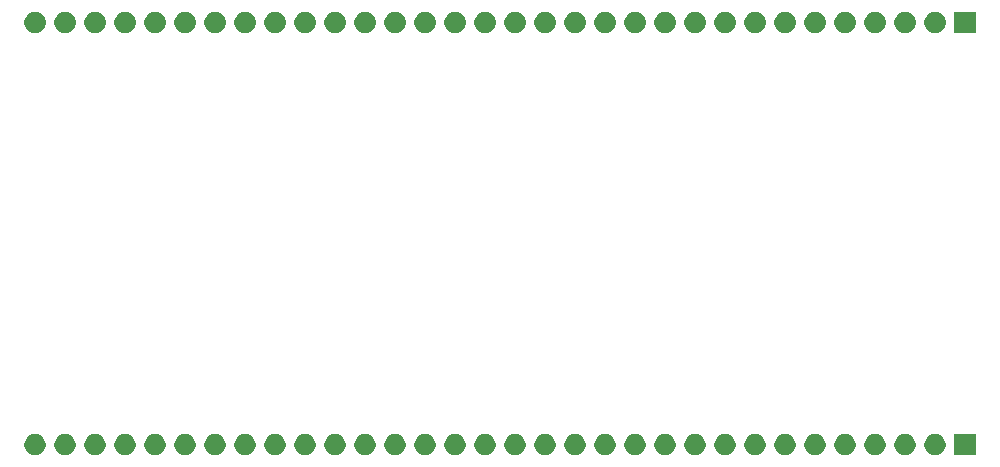
<source format=gbr>
G04 #@! TF.GenerationSoftware,KiCad,Pcbnew,5.1.5+dfsg1-2build2*
G04 #@! TF.CreationDate,2021-03-16T21:46:15-07:00*
G04 #@! TF.ProjectId,soldering-test,736f6c64-6572-4696-9e67-2d746573742e,rev?*
G04 #@! TF.SameCoordinates,Original*
G04 #@! TF.FileFunction,Soldermask,Bot*
G04 #@! TF.FilePolarity,Negative*
%FSLAX46Y46*%
G04 Gerber Fmt 4.6, Leading zero omitted, Abs format (unit mm)*
G04 Created by KiCad (PCBNEW 5.1.5+dfsg1-2build2) date 2021-03-16 21:46:15*
%MOMM*%
%LPD*%
G04 APERTURE LIST*
%ADD10C,0.100000*%
G04 APERTURE END LIST*
D10*
G36*
X33067472Y-52649667D02*
G01*
X33216772Y-52679364D01*
X33380744Y-52747284D01*
X33528314Y-52845887D01*
X33653813Y-52971386D01*
X33752416Y-53118956D01*
X33820336Y-53282928D01*
X33854960Y-53456999D01*
X33854960Y-53634481D01*
X33820336Y-53808552D01*
X33752416Y-53972524D01*
X33653813Y-54120094D01*
X33528314Y-54245593D01*
X33380744Y-54344196D01*
X33216772Y-54412116D01*
X33067472Y-54441813D01*
X33042702Y-54446740D01*
X32865218Y-54446740D01*
X32840448Y-54441813D01*
X32691148Y-54412116D01*
X32527176Y-54344196D01*
X32379606Y-54245593D01*
X32254107Y-54120094D01*
X32155504Y-53972524D01*
X32087584Y-53808552D01*
X32052960Y-53634481D01*
X32052960Y-53456999D01*
X32087584Y-53282928D01*
X32155504Y-53118956D01*
X32254107Y-52971386D01*
X32379606Y-52845887D01*
X32527176Y-52747284D01*
X32691148Y-52679364D01*
X32840448Y-52649667D01*
X32865218Y-52644740D01*
X33042702Y-52644740D01*
X33067472Y-52649667D01*
G37*
G36*
X53387472Y-52649667D02*
G01*
X53536772Y-52679364D01*
X53700744Y-52747284D01*
X53848314Y-52845887D01*
X53973813Y-52971386D01*
X54072416Y-53118956D01*
X54140336Y-53282928D01*
X54174960Y-53456999D01*
X54174960Y-53634481D01*
X54140336Y-53808552D01*
X54072416Y-53972524D01*
X53973813Y-54120094D01*
X53848314Y-54245593D01*
X53700744Y-54344196D01*
X53536772Y-54412116D01*
X53387472Y-54441813D01*
X53362702Y-54446740D01*
X53185218Y-54446740D01*
X53160448Y-54441813D01*
X53011148Y-54412116D01*
X52847176Y-54344196D01*
X52699606Y-54245593D01*
X52574107Y-54120094D01*
X52475504Y-53972524D01*
X52407584Y-53808552D01*
X52372960Y-53634481D01*
X52372960Y-53456999D01*
X52407584Y-53282928D01*
X52475504Y-53118956D01*
X52574107Y-52971386D01*
X52699606Y-52845887D01*
X52847176Y-52747284D01*
X53011148Y-52679364D01*
X53160448Y-52649667D01*
X53185218Y-52644740D01*
X53362702Y-52644740D01*
X53387472Y-52649667D01*
G37*
G36*
X50847472Y-52649667D02*
G01*
X50996772Y-52679364D01*
X51160744Y-52747284D01*
X51308314Y-52845887D01*
X51433813Y-52971386D01*
X51532416Y-53118956D01*
X51600336Y-53282928D01*
X51634960Y-53456999D01*
X51634960Y-53634481D01*
X51600336Y-53808552D01*
X51532416Y-53972524D01*
X51433813Y-54120094D01*
X51308314Y-54245593D01*
X51160744Y-54344196D01*
X50996772Y-54412116D01*
X50847472Y-54441813D01*
X50822702Y-54446740D01*
X50645218Y-54446740D01*
X50620448Y-54441813D01*
X50471148Y-54412116D01*
X50307176Y-54344196D01*
X50159606Y-54245593D01*
X50034107Y-54120094D01*
X49935504Y-53972524D01*
X49867584Y-53808552D01*
X49832960Y-53634481D01*
X49832960Y-53456999D01*
X49867584Y-53282928D01*
X49935504Y-53118956D01*
X50034107Y-52971386D01*
X50159606Y-52845887D01*
X50307176Y-52747284D01*
X50471148Y-52679364D01*
X50620448Y-52649667D01*
X50645218Y-52644740D01*
X50822702Y-52644740D01*
X50847472Y-52649667D01*
G37*
G36*
X48307472Y-52649667D02*
G01*
X48456772Y-52679364D01*
X48620744Y-52747284D01*
X48768314Y-52845887D01*
X48893813Y-52971386D01*
X48992416Y-53118956D01*
X49060336Y-53282928D01*
X49094960Y-53456999D01*
X49094960Y-53634481D01*
X49060336Y-53808552D01*
X48992416Y-53972524D01*
X48893813Y-54120094D01*
X48768314Y-54245593D01*
X48620744Y-54344196D01*
X48456772Y-54412116D01*
X48307472Y-54441813D01*
X48282702Y-54446740D01*
X48105218Y-54446740D01*
X48080448Y-54441813D01*
X47931148Y-54412116D01*
X47767176Y-54344196D01*
X47619606Y-54245593D01*
X47494107Y-54120094D01*
X47395504Y-53972524D01*
X47327584Y-53808552D01*
X47292960Y-53634481D01*
X47292960Y-53456999D01*
X47327584Y-53282928D01*
X47395504Y-53118956D01*
X47494107Y-52971386D01*
X47619606Y-52845887D01*
X47767176Y-52747284D01*
X47931148Y-52679364D01*
X48080448Y-52649667D01*
X48105218Y-52644740D01*
X48282702Y-52644740D01*
X48307472Y-52649667D01*
G37*
G36*
X45767472Y-52649667D02*
G01*
X45916772Y-52679364D01*
X46080744Y-52747284D01*
X46228314Y-52845887D01*
X46353813Y-52971386D01*
X46452416Y-53118956D01*
X46520336Y-53282928D01*
X46554960Y-53456999D01*
X46554960Y-53634481D01*
X46520336Y-53808552D01*
X46452416Y-53972524D01*
X46353813Y-54120094D01*
X46228314Y-54245593D01*
X46080744Y-54344196D01*
X45916772Y-54412116D01*
X45767472Y-54441813D01*
X45742702Y-54446740D01*
X45565218Y-54446740D01*
X45540448Y-54441813D01*
X45391148Y-54412116D01*
X45227176Y-54344196D01*
X45079606Y-54245593D01*
X44954107Y-54120094D01*
X44855504Y-53972524D01*
X44787584Y-53808552D01*
X44752960Y-53634481D01*
X44752960Y-53456999D01*
X44787584Y-53282928D01*
X44855504Y-53118956D01*
X44954107Y-52971386D01*
X45079606Y-52845887D01*
X45227176Y-52747284D01*
X45391148Y-52679364D01*
X45540448Y-52649667D01*
X45565218Y-52644740D01*
X45742702Y-52644740D01*
X45767472Y-52649667D01*
G37*
G36*
X43227472Y-52649667D02*
G01*
X43376772Y-52679364D01*
X43540744Y-52747284D01*
X43688314Y-52845887D01*
X43813813Y-52971386D01*
X43912416Y-53118956D01*
X43980336Y-53282928D01*
X44014960Y-53456999D01*
X44014960Y-53634481D01*
X43980336Y-53808552D01*
X43912416Y-53972524D01*
X43813813Y-54120094D01*
X43688314Y-54245593D01*
X43540744Y-54344196D01*
X43376772Y-54412116D01*
X43227472Y-54441813D01*
X43202702Y-54446740D01*
X43025218Y-54446740D01*
X43000448Y-54441813D01*
X42851148Y-54412116D01*
X42687176Y-54344196D01*
X42539606Y-54245593D01*
X42414107Y-54120094D01*
X42315504Y-53972524D01*
X42247584Y-53808552D01*
X42212960Y-53634481D01*
X42212960Y-53456999D01*
X42247584Y-53282928D01*
X42315504Y-53118956D01*
X42414107Y-52971386D01*
X42539606Y-52845887D01*
X42687176Y-52747284D01*
X42851148Y-52679364D01*
X43000448Y-52649667D01*
X43025218Y-52644740D01*
X43202702Y-52644740D01*
X43227472Y-52649667D01*
G37*
G36*
X40687472Y-52649667D02*
G01*
X40836772Y-52679364D01*
X41000744Y-52747284D01*
X41148314Y-52845887D01*
X41273813Y-52971386D01*
X41372416Y-53118956D01*
X41440336Y-53282928D01*
X41474960Y-53456999D01*
X41474960Y-53634481D01*
X41440336Y-53808552D01*
X41372416Y-53972524D01*
X41273813Y-54120094D01*
X41148314Y-54245593D01*
X41000744Y-54344196D01*
X40836772Y-54412116D01*
X40687472Y-54441813D01*
X40662702Y-54446740D01*
X40485218Y-54446740D01*
X40460448Y-54441813D01*
X40311148Y-54412116D01*
X40147176Y-54344196D01*
X39999606Y-54245593D01*
X39874107Y-54120094D01*
X39775504Y-53972524D01*
X39707584Y-53808552D01*
X39672960Y-53634481D01*
X39672960Y-53456999D01*
X39707584Y-53282928D01*
X39775504Y-53118956D01*
X39874107Y-52971386D01*
X39999606Y-52845887D01*
X40147176Y-52747284D01*
X40311148Y-52679364D01*
X40460448Y-52649667D01*
X40485218Y-52644740D01*
X40662702Y-52644740D01*
X40687472Y-52649667D01*
G37*
G36*
X38147472Y-52649667D02*
G01*
X38296772Y-52679364D01*
X38460744Y-52747284D01*
X38608314Y-52845887D01*
X38733813Y-52971386D01*
X38832416Y-53118956D01*
X38900336Y-53282928D01*
X38934960Y-53456999D01*
X38934960Y-53634481D01*
X38900336Y-53808552D01*
X38832416Y-53972524D01*
X38733813Y-54120094D01*
X38608314Y-54245593D01*
X38460744Y-54344196D01*
X38296772Y-54412116D01*
X38147472Y-54441813D01*
X38122702Y-54446740D01*
X37945218Y-54446740D01*
X37920448Y-54441813D01*
X37771148Y-54412116D01*
X37607176Y-54344196D01*
X37459606Y-54245593D01*
X37334107Y-54120094D01*
X37235504Y-53972524D01*
X37167584Y-53808552D01*
X37132960Y-53634481D01*
X37132960Y-53456999D01*
X37167584Y-53282928D01*
X37235504Y-53118956D01*
X37334107Y-52971386D01*
X37459606Y-52845887D01*
X37607176Y-52747284D01*
X37771148Y-52679364D01*
X37920448Y-52649667D01*
X37945218Y-52644740D01*
X38122702Y-52644740D01*
X38147472Y-52649667D01*
G37*
G36*
X35607472Y-52649667D02*
G01*
X35756772Y-52679364D01*
X35920744Y-52747284D01*
X36068314Y-52845887D01*
X36193813Y-52971386D01*
X36292416Y-53118956D01*
X36360336Y-53282928D01*
X36394960Y-53456999D01*
X36394960Y-53634481D01*
X36360336Y-53808552D01*
X36292416Y-53972524D01*
X36193813Y-54120094D01*
X36068314Y-54245593D01*
X35920744Y-54344196D01*
X35756772Y-54412116D01*
X35607472Y-54441813D01*
X35582702Y-54446740D01*
X35405218Y-54446740D01*
X35380448Y-54441813D01*
X35231148Y-54412116D01*
X35067176Y-54344196D01*
X34919606Y-54245593D01*
X34794107Y-54120094D01*
X34695504Y-53972524D01*
X34627584Y-53808552D01*
X34592960Y-53634481D01*
X34592960Y-53456999D01*
X34627584Y-53282928D01*
X34695504Y-53118956D01*
X34794107Y-52971386D01*
X34919606Y-52845887D01*
X35067176Y-52747284D01*
X35231148Y-52679364D01*
X35380448Y-52649667D01*
X35405218Y-52644740D01*
X35582702Y-52644740D01*
X35607472Y-52649667D01*
G37*
G36*
X58467472Y-52649667D02*
G01*
X58616772Y-52679364D01*
X58780744Y-52747284D01*
X58928314Y-52845887D01*
X59053813Y-52971386D01*
X59152416Y-53118956D01*
X59220336Y-53282928D01*
X59254960Y-53456999D01*
X59254960Y-53634481D01*
X59220336Y-53808552D01*
X59152416Y-53972524D01*
X59053813Y-54120094D01*
X58928314Y-54245593D01*
X58780744Y-54344196D01*
X58616772Y-54412116D01*
X58467472Y-54441813D01*
X58442702Y-54446740D01*
X58265218Y-54446740D01*
X58240448Y-54441813D01*
X58091148Y-54412116D01*
X57927176Y-54344196D01*
X57779606Y-54245593D01*
X57654107Y-54120094D01*
X57555504Y-53972524D01*
X57487584Y-53808552D01*
X57452960Y-53634481D01*
X57452960Y-53456999D01*
X57487584Y-53282928D01*
X57555504Y-53118956D01*
X57654107Y-52971386D01*
X57779606Y-52845887D01*
X57927176Y-52747284D01*
X58091148Y-52679364D01*
X58240448Y-52649667D01*
X58265218Y-52644740D01*
X58442702Y-52644740D01*
X58467472Y-52649667D01*
G37*
G36*
X30527472Y-52649667D02*
G01*
X30676772Y-52679364D01*
X30840744Y-52747284D01*
X30988314Y-52845887D01*
X31113813Y-52971386D01*
X31212416Y-53118956D01*
X31280336Y-53282928D01*
X31314960Y-53456999D01*
X31314960Y-53634481D01*
X31280336Y-53808552D01*
X31212416Y-53972524D01*
X31113813Y-54120094D01*
X30988314Y-54245593D01*
X30840744Y-54344196D01*
X30676772Y-54412116D01*
X30527472Y-54441813D01*
X30502702Y-54446740D01*
X30325218Y-54446740D01*
X30300448Y-54441813D01*
X30151148Y-54412116D01*
X29987176Y-54344196D01*
X29839606Y-54245593D01*
X29714107Y-54120094D01*
X29615504Y-53972524D01*
X29547584Y-53808552D01*
X29512960Y-53634481D01*
X29512960Y-53456999D01*
X29547584Y-53282928D01*
X29615504Y-53118956D01*
X29714107Y-52971386D01*
X29839606Y-52845887D01*
X29987176Y-52747284D01*
X30151148Y-52679364D01*
X30300448Y-52649667D01*
X30325218Y-52644740D01*
X30502702Y-52644740D01*
X30527472Y-52649667D01*
G37*
G36*
X27987472Y-52649667D02*
G01*
X28136772Y-52679364D01*
X28300744Y-52747284D01*
X28448314Y-52845887D01*
X28573813Y-52971386D01*
X28672416Y-53118956D01*
X28740336Y-53282928D01*
X28774960Y-53456999D01*
X28774960Y-53634481D01*
X28740336Y-53808552D01*
X28672416Y-53972524D01*
X28573813Y-54120094D01*
X28448314Y-54245593D01*
X28300744Y-54344196D01*
X28136772Y-54412116D01*
X27987472Y-54441813D01*
X27962702Y-54446740D01*
X27785218Y-54446740D01*
X27760448Y-54441813D01*
X27611148Y-54412116D01*
X27447176Y-54344196D01*
X27299606Y-54245593D01*
X27174107Y-54120094D01*
X27075504Y-53972524D01*
X27007584Y-53808552D01*
X26972960Y-53634481D01*
X26972960Y-53456999D01*
X27007584Y-53282928D01*
X27075504Y-53118956D01*
X27174107Y-52971386D01*
X27299606Y-52845887D01*
X27447176Y-52747284D01*
X27611148Y-52679364D01*
X27760448Y-52649667D01*
X27785218Y-52644740D01*
X27962702Y-52644740D01*
X27987472Y-52649667D01*
G37*
G36*
X25447472Y-52649667D02*
G01*
X25596772Y-52679364D01*
X25760744Y-52747284D01*
X25908314Y-52845887D01*
X26033813Y-52971386D01*
X26132416Y-53118956D01*
X26200336Y-53282928D01*
X26234960Y-53456999D01*
X26234960Y-53634481D01*
X26200336Y-53808552D01*
X26132416Y-53972524D01*
X26033813Y-54120094D01*
X25908314Y-54245593D01*
X25760744Y-54344196D01*
X25596772Y-54412116D01*
X25447472Y-54441813D01*
X25422702Y-54446740D01*
X25245218Y-54446740D01*
X25220448Y-54441813D01*
X25071148Y-54412116D01*
X24907176Y-54344196D01*
X24759606Y-54245593D01*
X24634107Y-54120094D01*
X24535504Y-53972524D01*
X24467584Y-53808552D01*
X24432960Y-53634481D01*
X24432960Y-53456999D01*
X24467584Y-53282928D01*
X24535504Y-53118956D01*
X24634107Y-52971386D01*
X24759606Y-52845887D01*
X24907176Y-52747284D01*
X25071148Y-52679364D01*
X25220448Y-52649667D01*
X25245218Y-52644740D01*
X25422702Y-52644740D01*
X25447472Y-52649667D01*
G37*
G36*
X22907472Y-52649667D02*
G01*
X23056772Y-52679364D01*
X23220744Y-52747284D01*
X23368314Y-52845887D01*
X23493813Y-52971386D01*
X23592416Y-53118956D01*
X23660336Y-53282928D01*
X23694960Y-53456999D01*
X23694960Y-53634481D01*
X23660336Y-53808552D01*
X23592416Y-53972524D01*
X23493813Y-54120094D01*
X23368314Y-54245593D01*
X23220744Y-54344196D01*
X23056772Y-54412116D01*
X22907472Y-54441813D01*
X22882702Y-54446740D01*
X22705218Y-54446740D01*
X22680448Y-54441813D01*
X22531148Y-54412116D01*
X22367176Y-54344196D01*
X22219606Y-54245593D01*
X22094107Y-54120094D01*
X21995504Y-53972524D01*
X21927584Y-53808552D01*
X21892960Y-53634481D01*
X21892960Y-53456999D01*
X21927584Y-53282928D01*
X21995504Y-53118956D01*
X22094107Y-52971386D01*
X22219606Y-52845887D01*
X22367176Y-52747284D01*
X22531148Y-52679364D01*
X22680448Y-52649667D01*
X22705218Y-52644740D01*
X22882702Y-52644740D01*
X22907472Y-52649667D01*
G37*
G36*
X20367472Y-52649667D02*
G01*
X20516772Y-52679364D01*
X20680744Y-52747284D01*
X20828314Y-52845887D01*
X20953813Y-52971386D01*
X21052416Y-53118956D01*
X21120336Y-53282928D01*
X21154960Y-53456999D01*
X21154960Y-53634481D01*
X21120336Y-53808552D01*
X21052416Y-53972524D01*
X20953813Y-54120094D01*
X20828314Y-54245593D01*
X20680744Y-54344196D01*
X20516772Y-54412116D01*
X20367472Y-54441813D01*
X20342702Y-54446740D01*
X20165218Y-54446740D01*
X20140448Y-54441813D01*
X19991148Y-54412116D01*
X19827176Y-54344196D01*
X19679606Y-54245593D01*
X19554107Y-54120094D01*
X19455504Y-53972524D01*
X19387584Y-53808552D01*
X19352960Y-53634481D01*
X19352960Y-53456999D01*
X19387584Y-53282928D01*
X19455504Y-53118956D01*
X19554107Y-52971386D01*
X19679606Y-52845887D01*
X19827176Y-52747284D01*
X19991148Y-52679364D01*
X20140448Y-52649667D01*
X20165218Y-52644740D01*
X20342702Y-52644740D01*
X20367472Y-52649667D01*
G37*
G36*
X17827472Y-52649667D02*
G01*
X17976772Y-52679364D01*
X18140744Y-52747284D01*
X18288314Y-52845887D01*
X18413813Y-52971386D01*
X18512416Y-53118956D01*
X18580336Y-53282928D01*
X18614960Y-53456999D01*
X18614960Y-53634481D01*
X18580336Y-53808552D01*
X18512416Y-53972524D01*
X18413813Y-54120094D01*
X18288314Y-54245593D01*
X18140744Y-54344196D01*
X17976772Y-54412116D01*
X17827472Y-54441813D01*
X17802702Y-54446740D01*
X17625218Y-54446740D01*
X17600448Y-54441813D01*
X17451148Y-54412116D01*
X17287176Y-54344196D01*
X17139606Y-54245593D01*
X17014107Y-54120094D01*
X16915504Y-53972524D01*
X16847584Y-53808552D01*
X16812960Y-53634481D01*
X16812960Y-53456999D01*
X16847584Y-53282928D01*
X16915504Y-53118956D01*
X17014107Y-52971386D01*
X17139606Y-52845887D01*
X17287176Y-52747284D01*
X17451148Y-52679364D01*
X17600448Y-52649667D01*
X17625218Y-52644740D01*
X17802702Y-52644740D01*
X17827472Y-52649667D01*
G37*
G36*
X78787472Y-52649667D02*
G01*
X78936772Y-52679364D01*
X79100744Y-52747284D01*
X79248314Y-52845887D01*
X79373813Y-52971386D01*
X79472416Y-53118956D01*
X79540336Y-53282928D01*
X79574960Y-53456999D01*
X79574960Y-53634481D01*
X79540336Y-53808552D01*
X79472416Y-53972524D01*
X79373813Y-54120094D01*
X79248314Y-54245593D01*
X79100744Y-54344196D01*
X78936772Y-54412116D01*
X78787472Y-54441813D01*
X78762702Y-54446740D01*
X78585218Y-54446740D01*
X78560448Y-54441813D01*
X78411148Y-54412116D01*
X78247176Y-54344196D01*
X78099606Y-54245593D01*
X77974107Y-54120094D01*
X77875504Y-53972524D01*
X77807584Y-53808552D01*
X77772960Y-53634481D01*
X77772960Y-53456999D01*
X77807584Y-53282928D01*
X77875504Y-53118956D01*
X77974107Y-52971386D01*
X78099606Y-52845887D01*
X78247176Y-52747284D01*
X78411148Y-52679364D01*
X78560448Y-52649667D01*
X78585218Y-52644740D01*
X78762702Y-52644740D01*
X78787472Y-52649667D01*
G37*
G36*
X94027472Y-52649667D02*
G01*
X94176772Y-52679364D01*
X94340744Y-52747284D01*
X94488314Y-52845887D01*
X94613813Y-52971386D01*
X94712416Y-53118956D01*
X94780336Y-53282928D01*
X94814960Y-53456999D01*
X94814960Y-53634481D01*
X94780336Y-53808552D01*
X94712416Y-53972524D01*
X94613813Y-54120094D01*
X94488314Y-54245593D01*
X94340744Y-54344196D01*
X94176772Y-54412116D01*
X94027472Y-54441813D01*
X94002702Y-54446740D01*
X93825218Y-54446740D01*
X93800448Y-54441813D01*
X93651148Y-54412116D01*
X93487176Y-54344196D01*
X93339606Y-54245593D01*
X93214107Y-54120094D01*
X93115504Y-53972524D01*
X93047584Y-53808552D01*
X93012960Y-53634481D01*
X93012960Y-53456999D01*
X93047584Y-53282928D01*
X93115504Y-53118956D01*
X93214107Y-52971386D01*
X93339606Y-52845887D01*
X93487176Y-52747284D01*
X93651148Y-52679364D01*
X93800448Y-52649667D01*
X93825218Y-52644740D01*
X94002702Y-52644740D01*
X94027472Y-52649667D01*
G37*
G36*
X97354960Y-54446740D02*
G01*
X95552960Y-54446740D01*
X95552960Y-52644740D01*
X97354960Y-52644740D01*
X97354960Y-54446740D01*
G37*
G36*
X61007472Y-52649667D02*
G01*
X61156772Y-52679364D01*
X61320744Y-52747284D01*
X61468314Y-52845887D01*
X61593813Y-52971386D01*
X61692416Y-53118956D01*
X61760336Y-53282928D01*
X61794960Y-53456999D01*
X61794960Y-53634481D01*
X61760336Y-53808552D01*
X61692416Y-53972524D01*
X61593813Y-54120094D01*
X61468314Y-54245593D01*
X61320744Y-54344196D01*
X61156772Y-54412116D01*
X61007472Y-54441813D01*
X60982702Y-54446740D01*
X60805218Y-54446740D01*
X60780448Y-54441813D01*
X60631148Y-54412116D01*
X60467176Y-54344196D01*
X60319606Y-54245593D01*
X60194107Y-54120094D01*
X60095504Y-53972524D01*
X60027584Y-53808552D01*
X59992960Y-53634481D01*
X59992960Y-53456999D01*
X60027584Y-53282928D01*
X60095504Y-53118956D01*
X60194107Y-52971386D01*
X60319606Y-52845887D01*
X60467176Y-52747284D01*
X60631148Y-52679364D01*
X60780448Y-52649667D01*
X60805218Y-52644740D01*
X60982702Y-52644740D01*
X61007472Y-52649667D01*
G37*
G36*
X63547472Y-52649667D02*
G01*
X63696772Y-52679364D01*
X63860744Y-52747284D01*
X64008314Y-52845887D01*
X64133813Y-52971386D01*
X64232416Y-53118956D01*
X64300336Y-53282928D01*
X64334960Y-53456999D01*
X64334960Y-53634481D01*
X64300336Y-53808552D01*
X64232416Y-53972524D01*
X64133813Y-54120094D01*
X64008314Y-54245593D01*
X63860744Y-54344196D01*
X63696772Y-54412116D01*
X63547472Y-54441813D01*
X63522702Y-54446740D01*
X63345218Y-54446740D01*
X63320448Y-54441813D01*
X63171148Y-54412116D01*
X63007176Y-54344196D01*
X62859606Y-54245593D01*
X62734107Y-54120094D01*
X62635504Y-53972524D01*
X62567584Y-53808552D01*
X62532960Y-53634481D01*
X62532960Y-53456999D01*
X62567584Y-53282928D01*
X62635504Y-53118956D01*
X62734107Y-52971386D01*
X62859606Y-52845887D01*
X63007176Y-52747284D01*
X63171148Y-52679364D01*
X63320448Y-52649667D01*
X63345218Y-52644740D01*
X63522702Y-52644740D01*
X63547472Y-52649667D01*
G37*
G36*
X66087472Y-52649667D02*
G01*
X66236772Y-52679364D01*
X66400744Y-52747284D01*
X66548314Y-52845887D01*
X66673813Y-52971386D01*
X66772416Y-53118956D01*
X66840336Y-53282928D01*
X66874960Y-53456999D01*
X66874960Y-53634481D01*
X66840336Y-53808552D01*
X66772416Y-53972524D01*
X66673813Y-54120094D01*
X66548314Y-54245593D01*
X66400744Y-54344196D01*
X66236772Y-54412116D01*
X66087472Y-54441813D01*
X66062702Y-54446740D01*
X65885218Y-54446740D01*
X65860448Y-54441813D01*
X65711148Y-54412116D01*
X65547176Y-54344196D01*
X65399606Y-54245593D01*
X65274107Y-54120094D01*
X65175504Y-53972524D01*
X65107584Y-53808552D01*
X65072960Y-53634481D01*
X65072960Y-53456999D01*
X65107584Y-53282928D01*
X65175504Y-53118956D01*
X65274107Y-52971386D01*
X65399606Y-52845887D01*
X65547176Y-52747284D01*
X65711148Y-52679364D01*
X65860448Y-52649667D01*
X65885218Y-52644740D01*
X66062702Y-52644740D01*
X66087472Y-52649667D01*
G37*
G36*
X68627472Y-52649667D02*
G01*
X68776772Y-52679364D01*
X68940744Y-52747284D01*
X69088314Y-52845887D01*
X69213813Y-52971386D01*
X69312416Y-53118956D01*
X69380336Y-53282928D01*
X69414960Y-53456999D01*
X69414960Y-53634481D01*
X69380336Y-53808552D01*
X69312416Y-53972524D01*
X69213813Y-54120094D01*
X69088314Y-54245593D01*
X68940744Y-54344196D01*
X68776772Y-54412116D01*
X68627472Y-54441813D01*
X68602702Y-54446740D01*
X68425218Y-54446740D01*
X68400448Y-54441813D01*
X68251148Y-54412116D01*
X68087176Y-54344196D01*
X67939606Y-54245593D01*
X67814107Y-54120094D01*
X67715504Y-53972524D01*
X67647584Y-53808552D01*
X67612960Y-53634481D01*
X67612960Y-53456999D01*
X67647584Y-53282928D01*
X67715504Y-53118956D01*
X67814107Y-52971386D01*
X67939606Y-52845887D01*
X68087176Y-52747284D01*
X68251148Y-52679364D01*
X68400448Y-52649667D01*
X68425218Y-52644740D01*
X68602702Y-52644740D01*
X68627472Y-52649667D01*
G37*
G36*
X71167472Y-52649667D02*
G01*
X71316772Y-52679364D01*
X71480744Y-52747284D01*
X71628314Y-52845887D01*
X71753813Y-52971386D01*
X71852416Y-53118956D01*
X71920336Y-53282928D01*
X71954960Y-53456999D01*
X71954960Y-53634481D01*
X71920336Y-53808552D01*
X71852416Y-53972524D01*
X71753813Y-54120094D01*
X71628314Y-54245593D01*
X71480744Y-54344196D01*
X71316772Y-54412116D01*
X71167472Y-54441813D01*
X71142702Y-54446740D01*
X70965218Y-54446740D01*
X70940448Y-54441813D01*
X70791148Y-54412116D01*
X70627176Y-54344196D01*
X70479606Y-54245593D01*
X70354107Y-54120094D01*
X70255504Y-53972524D01*
X70187584Y-53808552D01*
X70152960Y-53634481D01*
X70152960Y-53456999D01*
X70187584Y-53282928D01*
X70255504Y-53118956D01*
X70354107Y-52971386D01*
X70479606Y-52845887D01*
X70627176Y-52747284D01*
X70791148Y-52679364D01*
X70940448Y-52649667D01*
X70965218Y-52644740D01*
X71142702Y-52644740D01*
X71167472Y-52649667D01*
G37*
G36*
X73707472Y-52649667D02*
G01*
X73856772Y-52679364D01*
X74020744Y-52747284D01*
X74168314Y-52845887D01*
X74293813Y-52971386D01*
X74392416Y-53118956D01*
X74460336Y-53282928D01*
X74494960Y-53456999D01*
X74494960Y-53634481D01*
X74460336Y-53808552D01*
X74392416Y-53972524D01*
X74293813Y-54120094D01*
X74168314Y-54245593D01*
X74020744Y-54344196D01*
X73856772Y-54412116D01*
X73707472Y-54441813D01*
X73682702Y-54446740D01*
X73505218Y-54446740D01*
X73480448Y-54441813D01*
X73331148Y-54412116D01*
X73167176Y-54344196D01*
X73019606Y-54245593D01*
X72894107Y-54120094D01*
X72795504Y-53972524D01*
X72727584Y-53808552D01*
X72692960Y-53634481D01*
X72692960Y-53456999D01*
X72727584Y-53282928D01*
X72795504Y-53118956D01*
X72894107Y-52971386D01*
X73019606Y-52845887D01*
X73167176Y-52747284D01*
X73331148Y-52679364D01*
X73480448Y-52649667D01*
X73505218Y-52644740D01*
X73682702Y-52644740D01*
X73707472Y-52649667D01*
G37*
G36*
X76247472Y-52649667D02*
G01*
X76396772Y-52679364D01*
X76560744Y-52747284D01*
X76708314Y-52845887D01*
X76833813Y-52971386D01*
X76932416Y-53118956D01*
X77000336Y-53282928D01*
X77034960Y-53456999D01*
X77034960Y-53634481D01*
X77000336Y-53808552D01*
X76932416Y-53972524D01*
X76833813Y-54120094D01*
X76708314Y-54245593D01*
X76560744Y-54344196D01*
X76396772Y-54412116D01*
X76247472Y-54441813D01*
X76222702Y-54446740D01*
X76045218Y-54446740D01*
X76020448Y-54441813D01*
X75871148Y-54412116D01*
X75707176Y-54344196D01*
X75559606Y-54245593D01*
X75434107Y-54120094D01*
X75335504Y-53972524D01*
X75267584Y-53808552D01*
X75232960Y-53634481D01*
X75232960Y-53456999D01*
X75267584Y-53282928D01*
X75335504Y-53118956D01*
X75434107Y-52971386D01*
X75559606Y-52845887D01*
X75707176Y-52747284D01*
X75871148Y-52679364D01*
X76020448Y-52649667D01*
X76045218Y-52644740D01*
X76222702Y-52644740D01*
X76247472Y-52649667D01*
G37*
G36*
X55927472Y-52649667D02*
G01*
X56076772Y-52679364D01*
X56240744Y-52747284D01*
X56388314Y-52845887D01*
X56513813Y-52971386D01*
X56612416Y-53118956D01*
X56680336Y-53282928D01*
X56714960Y-53456999D01*
X56714960Y-53634481D01*
X56680336Y-53808552D01*
X56612416Y-53972524D01*
X56513813Y-54120094D01*
X56388314Y-54245593D01*
X56240744Y-54344196D01*
X56076772Y-54412116D01*
X55927472Y-54441813D01*
X55902702Y-54446740D01*
X55725218Y-54446740D01*
X55700448Y-54441813D01*
X55551148Y-54412116D01*
X55387176Y-54344196D01*
X55239606Y-54245593D01*
X55114107Y-54120094D01*
X55015504Y-53972524D01*
X54947584Y-53808552D01*
X54912960Y-53634481D01*
X54912960Y-53456999D01*
X54947584Y-53282928D01*
X55015504Y-53118956D01*
X55114107Y-52971386D01*
X55239606Y-52845887D01*
X55387176Y-52747284D01*
X55551148Y-52679364D01*
X55700448Y-52649667D01*
X55725218Y-52644740D01*
X55902702Y-52644740D01*
X55927472Y-52649667D01*
G37*
G36*
X81327472Y-52649667D02*
G01*
X81476772Y-52679364D01*
X81640744Y-52747284D01*
X81788314Y-52845887D01*
X81913813Y-52971386D01*
X82012416Y-53118956D01*
X82080336Y-53282928D01*
X82114960Y-53456999D01*
X82114960Y-53634481D01*
X82080336Y-53808552D01*
X82012416Y-53972524D01*
X81913813Y-54120094D01*
X81788314Y-54245593D01*
X81640744Y-54344196D01*
X81476772Y-54412116D01*
X81327472Y-54441813D01*
X81302702Y-54446740D01*
X81125218Y-54446740D01*
X81100448Y-54441813D01*
X80951148Y-54412116D01*
X80787176Y-54344196D01*
X80639606Y-54245593D01*
X80514107Y-54120094D01*
X80415504Y-53972524D01*
X80347584Y-53808552D01*
X80312960Y-53634481D01*
X80312960Y-53456999D01*
X80347584Y-53282928D01*
X80415504Y-53118956D01*
X80514107Y-52971386D01*
X80639606Y-52845887D01*
X80787176Y-52747284D01*
X80951148Y-52679364D01*
X81100448Y-52649667D01*
X81125218Y-52644740D01*
X81302702Y-52644740D01*
X81327472Y-52649667D01*
G37*
G36*
X83867472Y-52649667D02*
G01*
X84016772Y-52679364D01*
X84180744Y-52747284D01*
X84328314Y-52845887D01*
X84453813Y-52971386D01*
X84552416Y-53118956D01*
X84620336Y-53282928D01*
X84654960Y-53456999D01*
X84654960Y-53634481D01*
X84620336Y-53808552D01*
X84552416Y-53972524D01*
X84453813Y-54120094D01*
X84328314Y-54245593D01*
X84180744Y-54344196D01*
X84016772Y-54412116D01*
X83867472Y-54441813D01*
X83842702Y-54446740D01*
X83665218Y-54446740D01*
X83640448Y-54441813D01*
X83491148Y-54412116D01*
X83327176Y-54344196D01*
X83179606Y-54245593D01*
X83054107Y-54120094D01*
X82955504Y-53972524D01*
X82887584Y-53808552D01*
X82852960Y-53634481D01*
X82852960Y-53456999D01*
X82887584Y-53282928D01*
X82955504Y-53118956D01*
X83054107Y-52971386D01*
X83179606Y-52845887D01*
X83327176Y-52747284D01*
X83491148Y-52679364D01*
X83640448Y-52649667D01*
X83665218Y-52644740D01*
X83842702Y-52644740D01*
X83867472Y-52649667D01*
G37*
G36*
X86407472Y-52649667D02*
G01*
X86556772Y-52679364D01*
X86720744Y-52747284D01*
X86868314Y-52845887D01*
X86993813Y-52971386D01*
X87092416Y-53118956D01*
X87160336Y-53282928D01*
X87194960Y-53456999D01*
X87194960Y-53634481D01*
X87160336Y-53808552D01*
X87092416Y-53972524D01*
X86993813Y-54120094D01*
X86868314Y-54245593D01*
X86720744Y-54344196D01*
X86556772Y-54412116D01*
X86407472Y-54441813D01*
X86382702Y-54446740D01*
X86205218Y-54446740D01*
X86180448Y-54441813D01*
X86031148Y-54412116D01*
X85867176Y-54344196D01*
X85719606Y-54245593D01*
X85594107Y-54120094D01*
X85495504Y-53972524D01*
X85427584Y-53808552D01*
X85392960Y-53634481D01*
X85392960Y-53456999D01*
X85427584Y-53282928D01*
X85495504Y-53118956D01*
X85594107Y-52971386D01*
X85719606Y-52845887D01*
X85867176Y-52747284D01*
X86031148Y-52679364D01*
X86180448Y-52649667D01*
X86205218Y-52644740D01*
X86382702Y-52644740D01*
X86407472Y-52649667D01*
G37*
G36*
X88947472Y-52649667D02*
G01*
X89096772Y-52679364D01*
X89260744Y-52747284D01*
X89408314Y-52845887D01*
X89533813Y-52971386D01*
X89632416Y-53118956D01*
X89700336Y-53282928D01*
X89734960Y-53456999D01*
X89734960Y-53634481D01*
X89700336Y-53808552D01*
X89632416Y-53972524D01*
X89533813Y-54120094D01*
X89408314Y-54245593D01*
X89260744Y-54344196D01*
X89096772Y-54412116D01*
X88947472Y-54441813D01*
X88922702Y-54446740D01*
X88745218Y-54446740D01*
X88720448Y-54441813D01*
X88571148Y-54412116D01*
X88407176Y-54344196D01*
X88259606Y-54245593D01*
X88134107Y-54120094D01*
X88035504Y-53972524D01*
X87967584Y-53808552D01*
X87932960Y-53634481D01*
X87932960Y-53456999D01*
X87967584Y-53282928D01*
X88035504Y-53118956D01*
X88134107Y-52971386D01*
X88259606Y-52845887D01*
X88407176Y-52747284D01*
X88571148Y-52679364D01*
X88720448Y-52649667D01*
X88745218Y-52644740D01*
X88922702Y-52644740D01*
X88947472Y-52649667D01*
G37*
G36*
X91487472Y-52649667D02*
G01*
X91636772Y-52679364D01*
X91800744Y-52747284D01*
X91948314Y-52845887D01*
X92073813Y-52971386D01*
X92172416Y-53118956D01*
X92240336Y-53282928D01*
X92274960Y-53456999D01*
X92274960Y-53634481D01*
X92240336Y-53808552D01*
X92172416Y-53972524D01*
X92073813Y-54120094D01*
X91948314Y-54245593D01*
X91800744Y-54344196D01*
X91636772Y-54412116D01*
X91487472Y-54441813D01*
X91462702Y-54446740D01*
X91285218Y-54446740D01*
X91260448Y-54441813D01*
X91111148Y-54412116D01*
X90947176Y-54344196D01*
X90799606Y-54245593D01*
X90674107Y-54120094D01*
X90575504Y-53972524D01*
X90507584Y-53808552D01*
X90472960Y-53634481D01*
X90472960Y-53456999D01*
X90507584Y-53282928D01*
X90575504Y-53118956D01*
X90674107Y-52971386D01*
X90799606Y-52845887D01*
X90947176Y-52747284D01*
X91111148Y-52679364D01*
X91260448Y-52649667D01*
X91285218Y-52644740D01*
X91462702Y-52644740D01*
X91487472Y-52649667D01*
G37*
G36*
X55932552Y-16909327D02*
G01*
X56081852Y-16939024D01*
X56245824Y-17006944D01*
X56393394Y-17105547D01*
X56518893Y-17231046D01*
X56617496Y-17378616D01*
X56685416Y-17542588D01*
X56720040Y-17716659D01*
X56720040Y-17894141D01*
X56685416Y-18068212D01*
X56617496Y-18232184D01*
X56518893Y-18379754D01*
X56393394Y-18505253D01*
X56245824Y-18603856D01*
X56081852Y-18671776D01*
X55932552Y-18701473D01*
X55907782Y-18706400D01*
X55730298Y-18706400D01*
X55705528Y-18701473D01*
X55556228Y-18671776D01*
X55392256Y-18603856D01*
X55244686Y-18505253D01*
X55119187Y-18379754D01*
X55020584Y-18232184D01*
X54952664Y-18068212D01*
X54918040Y-17894141D01*
X54918040Y-17716659D01*
X54952664Y-17542588D01*
X55020584Y-17378616D01*
X55119187Y-17231046D01*
X55244686Y-17105547D01*
X55392256Y-17006944D01*
X55556228Y-16939024D01*
X55705528Y-16909327D01*
X55730298Y-16904400D01*
X55907782Y-16904400D01*
X55932552Y-16909327D01*
G37*
G36*
X63552552Y-16909327D02*
G01*
X63701852Y-16939024D01*
X63865824Y-17006944D01*
X64013394Y-17105547D01*
X64138893Y-17231046D01*
X64237496Y-17378616D01*
X64305416Y-17542588D01*
X64340040Y-17716659D01*
X64340040Y-17894141D01*
X64305416Y-18068212D01*
X64237496Y-18232184D01*
X64138893Y-18379754D01*
X64013394Y-18505253D01*
X63865824Y-18603856D01*
X63701852Y-18671776D01*
X63552552Y-18701473D01*
X63527782Y-18706400D01*
X63350298Y-18706400D01*
X63325528Y-18701473D01*
X63176228Y-18671776D01*
X63012256Y-18603856D01*
X62864686Y-18505253D01*
X62739187Y-18379754D01*
X62640584Y-18232184D01*
X62572664Y-18068212D01*
X62538040Y-17894141D01*
X62538040Y-17716659D01*
X62572664Y-17542588D01*
X62640584Y-17378616D01*
X62739187Y-17231046D01*
X62864686Y-17105547D01*
X63012256Y-17006944D01*
X63176228Y-16939024D01*
X63325528Y-16909327D01*
X63350298Y-16904400D01*
X63527782Y-16904400D01*
X63552552Y-16909327D01*
G37*
G36*
X58472552Y-16909327D02*
G01*
X58621852Y-16939024D01*
X58785824Y-17006944D01*
X58933394Y-17105547D01*
X59058893Y-17231046D01*
X59157496Y-17378616D01*
X59225416Y-17542588D01*
X59260040Y-17716659D01*
X59260040Y-17894141D01*
X59225416Y-18068212D01*
X59157496Y-18232184D01*
X59058893Y-18379754D01*
X58933394Y-18505253D01*
X58785824Y-18603856D01*
X58621852Y-18671776D01*
X58472552Y-18701473D01*
X58447782Y-18706400D01*
X58270298Y-18706400D01*
X58245528Y-18701473D01*
X58096228Y-18671776D01*
X57932256Y-18603856D01*
X57784686Y-18505253D01*
X57659187Y-18379754D01*
X57560584Y-18232184D01*
X57492664Y-18068212D01*
X57458040Y-17894141D01*
X57458040Y-17716659D01*
X57492664Y-17542588D01*
X57560584Y-17378616D01*
X57659187Y-17231046D01*
X57784686Y-17105547D01*
X57932256Y-17006944D01*
X58096228Y-16939024D01*
X58245528Y-16909327D01*
X58270298Y-16904400D01*
X58447782Y-16904400D01*
X58472552Y-16909327D01*
G37*
G36*
X61012552Y-16909327D02*
G01*
X61161852Y-16939024D01*
X61325824Y-17006944D01*
X61473394Y-17105547D01*
X61598893Y-17231046D01*
X61697496Y-17378616D01*
X61765416Y-17542588D01*
X61800040Y-17716659D01*
X61800040Y-17894141D01*
X61765416Y-18068212D01*
X61697496Y-18232184D01*
X61598893Y-18379754D01*
X61473394Y-18505253D01*
X61325824Y-18603856D01*
X61161852Y-18671776D01*
X61012552Y-18701473D01*
X60987782Y-18706400D01*
X60810298Y-18706400D01*
X60785528Y-18701473D01*
X60636228Y-18671776D01*
X60472256Y-18603856D01*
X60324686Y-18505253D01*
X60199187Y-18379754D01*
X60100584Y-18232184D01*
X60032664Y-18068212D01*
X59998040Y-17894141D01*
X59998040Y-17716659D01*
X60032664Y-17542588D01*
X60100584Y-17378616D01*
X60199187Y-17231046D01*
X60324686Y-17105547D01*
X60472256Y-17006944D01*
X60636228Y-16939024D01*
X60785528Y-16909327D01*
X60810298Y-16904400D01*
X60987782Y-16904400D01*
X61012552Y-16909327D01*
G37*
G36*
X66092552Y-16909327D02*
G01*
X66241852Y-16939024D01*
X66405824Y-17006944D01*
X66553394Y-17105547D01*
X66678893Y-17231046D01*
X66777496Y-17378616D01*
X66845416Y-17542588D01*
X66880040Y-17716659D01*
X66880040Y-17894141D01*
X66845416Y-18068212D01*
X66777496Y-18232184D01*
X66678893Y-18379754D01*
X66553394Y-18505253D01*
X66405824Y-18603856D01*
X66241852Y-18671776D01*
X66092552Y-18701473D01*
X66067782Y-18706400D01*
X65890298Y-18706400D01*
X65865528Y-18701473D01*
X65716228Y-18671776D01*
X65552256Y-18603856D01*
X65404686Y-18505253D01*
X65279187Y-18379754D01*
X65180584Y-18232184D01*
X65112664Y-18068212D01*
X65078040Y-17894141D01*
X65078040Y-17716659D01*
X65112664Y-17542588D01*
X65180584Y-17378616D01*
X65279187Y-17231046D01*
X65404686Y-17105547D01*
X65552256Y-17006944D01*
X65716228Y-16939024D01*
X65865528Y-16909327D01*
X65890298Y-16904400D01*
X66067782Y-16904400D01*
X66092552Y-16909327D01*
G37*
G36*
X68632552Y-16909327D02*
G01*
X68781852Y-16939024D01*
X68945824Y-17006944D01*
X69093394Y-17105547D01*
X69218893Y-17231046D01*
X69317496Y-17378616D01*
X69385416Y-17542588D01*
X69420040Y-17716659D01*
X69420040Y-17894141D01*
X69385416Y-18068212D01*
X69317496Y-18232184D01*
X69218893Y-18379754D01*
X69093394Y-18505253D01*
X68945824Y-18603856D01*
X68781852Y-18671776D01*
X68632552Y-18701473D01*
X68607782Y-18706400D01*
X68430298Y-18706400D01*
X68405528Y-18701473D01*
X68256228Y-18671776D01*
X68092256Y-18603856D01*
X67944686Y-18505253D01*
X67819187Y-18379754D01*
X67720584Y-18232184D01*
X67652664Y-18068212D01*
X67618040Y-17894141D01*
X67618040Y-17716659D01*
X67652664Y-17542588D01*
X67720584Y-17378616D01*
X67819187Y-17231046D01*
X67944686Y-17105547D01*
X68092256Y-17006944D01*
X68256228Y-16939024D01*
X68405528Y-16909327D01*
X68430298Y-16904400D01*
X68607782Y-16904400D01*
X68632552Y-16909327D01*
G37*
G36*
X71172552Y-16909327D02*
G01*
X71321852Y-16939024D01*
X71485824Y-17006944D01*
X71633394Y-17105547D01*
X71758893Y-17231046D01*
X71857496Y-17378616D01*
X71925416Y-17542588D01*
X71960040Y-17716659D01*
X71960040Y-17894141D01*
X71925416Y-18068212D01*
X71857496Y-18232184D01*
X71758893Y-18379754D01*
X71633394Y-18505253D01*
X71485824Y-18603856D01*
X71321852Y-18671776D01*
X71172552Y-18701473D01*
X71147782Y-18706400D01*
X70970298Y-18706400D01*
X70945528Y-18701473D01*
X70796228Y-18671776D01*
X70632256Y-18603856D01*
X70484686Y-18505253D01*
X70359187Y-18379754D01*
X70260584Y-18232184D01*
X70192664Y-18068212D01*
X70158040Y-17894141D01*
X70158040Y-17716659D01*
X70192664Y-17542588D01*
X70260584Y-17378616D01*
X70359187Y-17231046D01*
X70484686Y-17105547D01*
X70632256Y-17006944D01*
X70796228Y-16939024D01*
X70945528Y-16909327D01*
X70970298Y-16904400D01*
X71147782Y-16904400D01*
X71172552Y-16909327D01*
G37*
G36*
X73712552Y-16909327D02*
G01*
X73861852Y-16939024D01*
X74025824Y-17006944D01*
X74173394Y-17105547D01*
X74298893Y-17231046D01*
X74397496Y-17378616D01*
X74465416Y-17542588D01*
X74500040Y-17716659D01*
X74500040Y-17894141D01*
X74465416Y-18068212D01*
X74397496Y-18232184D01*
X74298893Y-18379754D01*
X74173394Y-18505253D01*
X74025824Y-18603856D01*
X73861852Y-18671776D01*
X73712552Y-18701473D01*
X73687782Y-18706400D01*
X73510298Y-18706400D01*
X73485528Y-18701473D01*
X73336228Y-18671776D01*
X73172256Y-18603856D01*
X73024686Y-18505253D01*
X72899187Y-18379754D01*
X72800584Y-18232184D01*
X72732664Y-18068212D01*
X72698040Y-17894141D01*
X72698040Y-17716659D01*
X72732664Y-17542588D01*
X72800584Y-17378616D01*
X72899187Y-17231046D01*
X73024686Y-17105547D01*
X73172256Y-17006944D01*
X73336228Y-16939024D01*
X73485528Y-16909327D01*
X73510298Y-16904400D01*
X73687782Y-16904400D01*
X73712552Y-16909327D01*
G37*
G36*
X76252552Y-16909327D02*
G01*
X76401852Y-16939024D01*
X76565824Y-17006944D01*
X76713394Y-17105547D01*
X76838893Y-17231046D01*
X76937496Y-17378616D01*
X77005416Y-17542588D01*
X77040040Y-17716659D01*
X77040040Y-17894141D01*
X77005416Y-18068212D01*
X76937496Y-18232184D01*
X76838893Y-18379754D01*
X76713394Y-18505253D01*
X76565824Y-18603856D01*
X76401852Y-18671776D01*
X76252552Y-18701473D01*
X76227782Y-18706400D01*
X76050298Y-18706400D01*
X76025528Y-18701473D01*
X75876228Y-18671776D01*
X75712256Y-18603856D01*
X75564686Y-18505253D01*
X75439187Y-18379754D01*
X75340584Y-18232184D01*
X75272664Y-18068212D01*
X75238040Y-17894141D01*
X75238040Y-17716659D01*
X75272664Y-17542588D01*
X75340584Y-17378616D01*
X75439187Y-17231046D01*
X75564686Y-17105547D01*
X75712256Y-17006944D01*
X75876228Y-16939024D01*
X76025528Y-16909327D01*
X76050298Y-16904400D01*
X76227782Y-16904400D01*
X76252552Y-16909327D01*
G37*
G36*
X78792552Y-16909327D02*
G01*
X78941852Y-16939024D01*
X79105824Y-17006944D01*
X79253394Y-17105547D01*
X79378893Y-17231046D01*
X79477496Y-17378616D01*
X79545416Y-17542588D01*
X79580040Y-17716659D01*
X79580040Y-17894141D01*
X79545416Y-18068212D01*
X79477496Y-18232184D01*
X79378893Y-18379754D01*
X79253394Y-18505253D01*
X79105824Y-18603856D01*
X78941852Y-18671776D01*
X78792552Y-18701473D01*
X78767782Y-18706400D01*
X78590298Y-18706400D01*
X78565528Y-18701473D01*
X78416228Y-18671776D01*
X78252256Y-18603856D01*
X78104686Y-18505253D01*
X77979187Y-18379754D01*
X77880584Y-18232184D01*
X77812664Y-18068212D01*
X77778040Y-17894141D01*
X77778040Y-17716659D01*
X77812664Y-17542588D01*
X77880584Y-17378616D01*
X77979187Y-17231046D01*
X78104686Y-17105547D01*
X78252256Y-17006944D01*
X78416228Y-16939024D01*
X78565528Y-16909327D01*
X78590298Y-16904400D01*
X78767782Y-16904400D01*
X78792552Y-16909327D01*
G37*
G36*
X81332552Y-16909327D02*
G01*
X81481852Y-16939024D01*
X81645824Y-17006944D01*
X81793394Y-17105547D01*
X81918893Y-17231046D01*
X82017496Y-17378616D01*
X82085416Y-17542588D01*
X82120040Y-17716659D01*
X82120040Y-17894141D01*
X82085416Y-18068212D01*
X82017496Y-18232184D01*
X81918893Y-18379754D01*
X81793394Y-18505253D01*
X81645824Y-18603856D01*
X81481852Y-18671776D01*
X81332552Y-18701473D01*
X81307782Y-18706400D01*
X81130298Y-18706400D01*
X81105528Y-18701473D01*
X80956228Y-18671776D01*
X80792256Y-18603856D01*
X80644686Y-18505253D01*
X80519187Y-18379754D01*
X80420584Y-18232184D01*
X80352664Y-18068212D01*
X80318040Y-17894141D01*
X80318040Y-17716659D01*
X80352664Y-17542588D01*
X80420584Y-17378616D01*
X80519187Y-17231046D01*
X80644686Y-17105547D01*
X80792256Y-17006944D01*
X80956228Y-16939024D01*
X81105528Y-16909327D01*
X81130298Y-16904400D01*
X81307782Y-16904400D01*
X81332552Y-16909327D01*
G37*
G36*
X83872552Y-16909327D02*
G01*
X84021852Y-16939024D01*
X84185824Y-17006944D01*
X84333394Y-17105547D01*
X84458893Y-17231046D01*
X84557496Y-17378616D01*
X84625416Y-17542588D01*
X84660040Y-17716659D01*
X84660040Y-17894141D01*
X84625416Y-18068212D01*
X84557496Y-18232184D01*
X84458893Y-18379754D01*
X84333394Y-18505253D01*
X84185824Y-18603856D01*
X84021852Y-18671776D01*
X83872552Y-18701473D01*
X83847782Y-18706400D01*
X83670298Y-18706400D01*
X83645528Y-18701473D01*
X83496228Y-18671776D01*
X83332256Y-18603856D01*
X83184686Y-18505253D01*
X83059187Y-18379754D01*
X82960584Y-18232184D01*
X82892664Y-18068212D01*
X82858040Y-17894141D01*
X82858040Y-17716659D01*
X82892664Y-17542588D01*
X82960584Y-17378616D01*
X83059187Y-17231046D01*
X83184686Y-17105547D01*
X83332256Y-17006944D01*
X83496228Y-16939024D01*
X83645528Y-16909327D01*
X83670298Y-16904400D01*
X83847782Y-16904400D01*
X83872552Y-16909327D01*
G37*
G36*
X86412552Y-16909327D02*
G01*
X86561852Y-16939024D01*
X86725824Y-17006944D01*
X86873394Y-17105547D01*
X86998893Y-17231046D01*
X87097496Y-17378616D01*
X87165416Y-17542588D01*
X87200040Y-17716659D01*
X87200040Y-17894141D01*
X87165416Y-18068212D01*
X87097496Y-18232184D01*
X86998893Y-18379754D01*
X86873394Y-18505253D01*
X86725824Y-18603856D01*
X86561852Y-18671776D01*
X86412552Y-18701473D01*
X86387782Y-18706400D01*
X86210298Y-18706400D01*
X86185528Y-18701473D01*
X86036228Y-18671776D01*
X85872256Y-18603856D01*
X85724686Y-18505253D01*
X85599187Y-18379754D01*
X85500584Y-18232184D01*
X85432664Y-18068212D01*
X85398040Y-17894141D01*
X85398040Y-17716659D01*
X85432664Y-17542588D01*
X85500584Y-17378616D01*
X85599187Y-17231046D01*
X85724686Y-17105547D01*
X85872256Y-17006944D01*
X86036228Y-16939024D01*
X86185528Y-16909327D01*
X86210298Y-16904400D01*
X86387782Y-16904400D01*
X86412552Y-16909327D01*
G37*
G36*
X88952552Y-16909327D02*
G01*
X89101852Y-16939024D01*
X89265824Y-17006944D01*
X89413394Y-17105547D01*
X89538893Y-17231046D01*
X89637496Y-17378616D01*
X89705416Y-17542588D01*
X89740040Y-17716659D01*
X89740040Y-17894141D01*
X89705416Y-18068212D01*
X89637496Y-18232184D01*
X89538893Y-18379754D01*
X89413394Y-18505253D01*
X89265824Y-18603856D01*
X89101852Y-18671776D01*
X88952552Y-18701473D01*
X88927782Y-18706400D01*
X88750298Y-18706400D01*
X88725528Y-18701473D01*
X88576228Y-18671776D01*
X88412256Y-18603856D01*
X88264686Y-18505253D01*
X88139187Y-18379754D01*
X88040584Y-18232184D01*
X87972664Y-18068212D01*
X87938040Y-17894141D01*
X87938040Y-17716659D01*
X87972664Y-17542588D01*
X88040584Y-17378616D01*
X88139187Y-17231046D01*
X88264686Y-17105547D01*
X88412256Y-17006944D01*
X88576228Y-16939024D01*
X88725528Y-16909327D01*
X88750298Y-16904400D01*
X88927782Y-16904400D01*
X88952552Y-16909327D01*
G37*
G36*
X91492552Y-16909327D02*
G01*
X91641852Y-16939024D01*
X91805824Y-17006944D01*
X91953394Y-17105547D01*
X92078893Y-17231046D01*
X92177496Y-17378616D01*
X92245416Y-17542588D01*
X92280040Y-17716659D01*
X92280040Y-17894141D01*
X92245416Y-18068212D01*
X92177496Y-18232184D01*
X92078893Y-18379754D01*
X91953394Y-18505253D01*
X91805824Y-18603856D01*
X91641852Y-18671776D01*
X91492552Y-18701473D01*
X91467782Y-18706400D01*
X91290298Y-18706400D01*
X91265528Y-18701473D01*
X91116228Y-18671776D01*
X90952256Y-18603856D01*
X90804686Y-18505253D01*
X90679187Y-18379754D01*
X90580584Y-18232184D01*
X90512664Y-18068212D01*
X90478040Y-17894141D01*
X90478040Y-17716659D01*
X90512664Y-17542588D01*
X90580584Y-17378616D01*
X90679187Y-17231046D01*
X90804686Y-17105547D01*
X90952256Y-17006944D01*
X91116228Y-16939024D01*
X91265528Y-16909327D01*
X91290298Y-16904400D01*
X91467782Y-16904400D01*
X91492552Y-16909327D01*
G37*
G36*
X94032552Y-16909327D02*
G01*
X94181852Y-16939024D01*
X94345824Y-17006944D01*
X94493394Y-17105547D01*
X94618893Y-17231046D01*
X94717496Y-17378616D01*
X94785416Y-17542588D01*
X94820040Y-17716659D01*
X94820040Y-17894141D01*
X94785416Y-18068212D01*
X94717496Y-18232184D01*
X94618893Y-18379754D01*
X94493394Y-18505253D01*
X94345824Y-18603856D01*
X94181852Y-18671776D01*
X94032552Y-18701473D01*
X94007782Y-18706400D01*
X93830298Y-18706400D01*
X93805528Y-18701473D01*
X93656228Y-18671776D01*
X93492256Y-18603856D01*
X93344686Y-18505253D01*
X93219187Y-18379754D01*
X93120584Y-18232184D01*
X93052664Y-18068212D01*
X93018040Y-17894141D01*
X93018040Y-17716659D01*
X93052664Y-17542588D01*
X93120584Y-17378616D01*
X93219187Y-17231046D01*
X93344686Y-17105547D01*
X93492256Y-17006944D01*
X93656228Y-16939024D01*
X93805528Y-16909327D01*
X93830298Y-16904400D01*
X94007782Y-16904400D01*
X94032552Y-16909327D01*
G37*
G36*
X97360040Y-18706400D02*
G01*
X95558040Y-18706400D01*
X95558040Y-16904400D01*
X97360040Y-16904400D01*
X97360040Y-18706400D01*
G37*
G36*
X17832552Y-16909327D02*
G01*
X17981852Y-16939024D01*
X18145824Y-17006944D01*
X18293394Y-17105547D01*
X18418893Y-17231046D01*
X18517496Y-17378616D01*
X18585416Y-17542588D01*
X18620040Y-17716659D01*
X18620040Y-17894141D01*
X18585416Y-18068212D01*
X18517496Y-18232184D01*
X18418893Y-18379754D01*
X18293394Y-18505253D01*
X18145824Y-18603856D01*
X17981852Y-18671776D01*
X17832552Y-18701473D01*
X17807782Y-18706400D01*
X17630298Y-18706400D01*
X17605528Y-18701473D01*
X17456228Y-18671776D01*
X17292256Y-18603856D01*
X17144686Y-18505253D01*
X17019187Y-18379754D01*
X16920584Y-18232184D01*
X16852664Y-18068212D01*
X16818040Y-17894141D01*
X16818040Y-17716659D01*
X16852664Y-17542588D01*
X16920584Y-17378616D01*
X17019187Y-17231046D01*
X17144686Y-17105547D01*
X17292256Y-17006944D01*
X17456228Y-16939024D01*
X17605528Y-16909327D01*
X17630298Y-16904400D01*
X17807782Y-16904400D01*
X17832552Y-16909327D01*
G37*
G36*
X20372552Y-16909327D02*
G01*
X20521852Y-16939024D01*
X20685824Y-17006944D01*
X20833394Y-17105547D01*
X20958893Y-17231046D01*
X21057496Y-17378616D01*
X21125416Y-17542588D01*
X21160040Y-17716659D01*
X21160040Y-17894141D01*
X21125416Y-18068212D01*
X21057496Y-18232184D01*
X20958893Y-18379754D01*
X20833394Y-18505253D01*
X20685824Y-18603856D01*
X20521852Y-18671776D01*
X20372552Y-18701473D01*
X20347782Y-18706400D01*
X20170298Y-18706400D01*
X20145528Y-18701473D01*
X19996228Y-18671776D01*
X19832256Y-18603856D01*
X19684686Y-18505253D01*
X19559187Y-18379754D01*
X19460584Y-18232184D01*
X19392664Y-18068212D01*
X19358040Y-17894141D01*
X19358040Y-17716659D01*
X19392664Y-17542588D01*
X19460584Y-17378616D01*
X19559187Y-17231046D01*
X19684686Y-17105547D01*
X19832256Y-17006944D01*
X19996228Y-16939024D01*
X20145528Y-16909327D01*
X20170298Y-16904400D01*
X20347782Y-16904400D01*
X20372552Y-16909327D01*
G37*
G36*
X22912552Y-16909327D02*
G01*
X23061852Y-16939024D01*
X23225824Y-17006944D01*
X23373394Y-17105547D01*
X23498893Y-17231046D01*
X23597496Y-17378616D01*
X23665416Y-17542588D01*
X23700040Y-17716659D01*
X23700040Y-17894141D01*
X23665416Y-18068212D01*
X23597496Y-18232184D01*
X23498893Y-18379754D01*
X23373394Y-18505253D01*
X23225824Y-18603856D01*
X23061852Y-18671776D01*
X22912552Y-18701473D01*
X22887782Y-18706400D01*
X22710298Y-18706400D01*
X22685528Y-18701473D01*
X22536228Y-18671776D01*
X22372256Y-18603856D01*
X22224686Y-18505253D01*
X22099187Y-18379754D01*
X22000584Y-18232184D01*
X21932664Y-18068212D01*
X21898040Y-17894141D01*
X21898040Y-17716659D01*
X21932664Y-17542588D01*
X22000584Y-17378616D01*
X22099187Y-17231046D01*
X22224686Y-17105547D01*
X22372256Y-17006944D01*
X22536228Y-16939024D01*
X22685528Y-16909327D01*
X22710298Y-16904400D01*
X22887782Y-16904400D01*
X22912552Y-16909327D01*
G37*
G36*
X25452552Y-16909327D02*
G01*
X25601852Y-16939024D01*
X25765824Y-17006944D01*
X25913394Y-17105547D01*
X26038893Y-17231046D01*
X26137496Y-17378616D01*
X26205416Y-17542588D01*
X26240040Y-17716659D01*
X26240040Y-17894141D01*
X26205416Y-18068212D01*
X26137496Y-18232184D01*
X26038893Y-18379754D01*
X25913394Y-18505253D01*
X25765824Y-18603856D01*
X25601852Y-18671776D01*
X25452552Y-18701473D01*
X25427782Y-18706400D01*
X25250298Y-18706400D01*
X25225528Y-18701473D01*
X25076228Y-18671776D01*
X24912256Y-18603856D01*
X24764686Y-18505253D01*
X24639187Y-18379754D01*
X24540584Y-18232184D01*
X24472664Y-18068212D01*
X24438040Y-17894141D01*
X24438040Y-17716659D01*
X24472664Y-17542588D01*
X24540584Y-17378616D01*
X24639187Y-17231046D01*
X24764686Y-17105547D01*
X24912256Y-17006944D01*
X25076228Y-16939024D01*
X25225528Y-16909327D01*
X25250298Y-16904400D01*
X25427782Y-16904400D01*
X25452552Y-16909327D01*
G37*
G36*
X27992552Y-16909327D02*
G01*
X28141852Y-16939024D01*
X28305824Y-17006944D01*
X28453394Y-17105547D01*
X28578893Y-17231046D01*
X28677496Y-17378616D01*
X28745416Y-17542588D01*
X28780040Y-17716659D01*
X28780040Y-17894141D01*
X28745416Y-18068212D01*
X28677496Y-18232184D01*
X28578893Y-18379754D01*
X28453394Y-18505253D01*
X28305824Y-18603856D01*
X28141852Y-18671776D01*
X27992552Y-18701473D01*
X27967782Y-18706400D01*
X27790298Y-18706400D01*
X27765528Y-18701473D01*
X27616228Y-18671776D01*
X27452256Y-18603856D01*
X27304686Y-18505253D01*
X27179187Y-18379754D01*
X27080584Y-18232184D01*
X27012664Y-18068212D01*
X26978040Y-17894141D01*
X26978040Y-17716659D01*
X27012664Y-17542588D01*
X27080584Y-17378616D01*
X27179187Y-17231046D01*
X27304686Y-17105547D01*
X27452256Y-17006944D01*
X27616228Y-16939024D01*
X27765528Y-16909327D01*
X27790298Y-16904400D01*
X27967782Y-16904400D01*
X27992552Y-16909327D01*
G37*
G36*
X30532552Y-16909327D02*
G01*
X30681852Y-16939024D01*
X30845824Y-17006944D01*
X30993394Y-17105547D01*
X31118893Y-17231046D01*
X31217496Y-17378616D01*
X31285416Y-17542588D01*
X31320040Y-17716659D01*
X31320040Y-17894141D01*
X31285416Y-18068212D01*
X31217496Y-18232184D01*
X31118893Y-18379754D01*
X30993394Y-18505253D01*
X30845824Y-18603856D01*
X30681852Y-18671776D01*
X30532552Y-18701473D01*
X30507782Y-18706400D01*
X30330298Y-18706400D01*
X30305528Y-18701473D01*
X30156228Y-18671776D01*
X29992256Y-18603856D01*
X29844686Y-18505253D01*
X29719187Y-18379754D01*
X29620584Y-18232184D01*
X29552664Y-18068212D01*
X29518040Y-17894141D01*
X29518040Y-17716659D01*
X29552664Y-17542588D01*
X29620584Y-17378616D01*
X29719187Y-17231046D01*
X29844686Y-17105547D01*
X29992256Y-17006944D01*
X30156228Y-16939024D01*
X30305528Y-16909327D01*
X30330298Y-16904400D01*
X30507782Y-16904400D01*
X30532552Y-16909327D01*
G37*
G36*
X33072552Y-16909327D02*
G01*
X33221852Y-16939024D01*
X33385824Y-17006944D01*
X33533394Y-17105547D01*
X33658893Y-17231046D01*
X33757496Y-17378616D01*
X33825416Y-17542588D01*
X33860040Y-17716659D01*
X33860040Y-17894141D01*
X33825416Y-18068212D01*
X33757496Y-18232184D01*
X33658893Y-18379754D01*
X33533394Y-18505253D01*
X33385824Y-18603856D01*
X33221852Y-18671776D01*
X33072552Y-18701473D01*
X33047782Y-18706400D01*
X32870298Y-18706400D01*
X32845528Y-18701473D01*
X32696228Y-18671776D01*
X32532256Y-18603856D01*
X32384686Y-18505253D01*
X32259187Y-18379754D01*
X32160584Y-18232184D01*
X32092664Y-18068212D01*
X32058040Y-17894141D01*
X32058040Y-17716659D01*
X32092664Y-17542588D01*
X32160584Y-17378616D01*
X32259187Y-17231046D01*
X32384686Y-17105547D01*
X32532256Y-17006944D01*
X32696228Y-16939024D01*
X32845528Y-16909327D01*
X32870298Y-16904400D01*
X33047782Y-16904400D01*
X33072552Y-16909327D01*
G37*
G36*
X35612552Y-16909327D02*
G01*
X35761852Y-16939024D01*
X35925824Y-17006944D01*
X36073394Y-17105547D01*
X36198893Y-17231046D01*
X36297496Y-17378616D01*
X36365416Y-17542588D01*
X36400040Y-17716659D01*
X36400040Y-17894141D01*
X36365416Y-18068212D01*
X36297496Y-18232184D01*
X36198893Y-18379754D01*
X36073394Y-18505253D01*
X35925824Y-18603856D01*
X35761852Y-18671776D01*
X35612552Y-18701473D01*
X35587782Y-18706400D01*
X35410298Y-18706400D01*
X35385528Y-18701473D01*
X35236228Y-18671776D01*
X35072256Y-18603856D01*
X34924686Y-18505253D01*
X34799187Y-18379754D01*
X34700584Y-18232184D01*
X34632664Y-18068212D01*
X34598040Y-17894141D01*
X34598040Y-17716659D01*
X34632664Y-17542588D01*
X34700584Y-17378616D01*
X34799187Y-17231046D01*
X34924686Y-17105547D01*
X35072256Y-17006944D01*
X35236228Y-16939024D01*
X35385528Y-16909327D01*
X35410298Y-16904400D01*
X35587782Y-16904400D01*
X35612552Y-16909327D01*
G37*
G36*
X38152552Y-16909327D02*
G01*
X38301852Y-16939024D01*
X38465824Y-17006944D01*
X38613394Y-17105547D01*
X38738893Y-17231046D01*
X38837496Y-17378616D01*
X38905416Y-17542588D01*
X38940040Y-17716659D01*
X38940040Y-17894141D01*
X38905416Y-18068212D01*
X38837496Y-18232184D01*
X38738893Y-18379754D01*
X38613394Y-18505253D01*
X38465824Y-18603856D01*
X38301852Y-18671776D01*
X38152552Y-18701473D01*
X38127782Y-18706400D01*
X37950298Y-18706400D01*
X37925528Y-18701473D01*
X37776228Y-18671776D01*
X37612256Y-18603856D01*
X37464686Y-18505253D01*
X37339187Y-18379754D01*
X37240584Y-18232184D01*
X37172664Y-18068212D01*
X37138040Y-17894141D01*
X37138040Y-17716659D01*
X37172664Y-17542588D01*
X37240584Y-17378616D01*
X37339187Y-17231046D01*
X37464686Y-17105547D01*
X37612256Y-17006944D01*
X37776228Y-16939024D01*
X37925528Y-16909327D01*
X37950298Y-16904400D01*
X38127782Y-16904400D01*
X38152552Y-16909327D01*
G37*
G36*
X40692552Y-16909327D02*
G01*
X40841852Y-16939024D01*
X41005824Y-17006944D01*
X41153394Y-17105547D01*
X41278893Y-17231046D01*
X41377496Y-17378616D01*
X41445416Y-17542588D01*
X41480040Y-17716659D01*
X41480040Y-17894141D01*
X41445416Y-18068212D01*
X41377496Y-18232184D01*
X41278893Y-18379754D01*
X41153394Y-18505253D01*
X41005824Y-18603856D01*
X40841852Y-18671776D01*
X40692552Y-18701473D01*
X40667782Y-18706400D01*
X40490298Y-18706400D01*
X40465528Y-18701473D01*
X40316228Y-18671776D01*
X40152256Y-18603856D01*
X40004686Y-18505253D01*
X39879187Y-18379754D01*
X39780584Y-18232184D01*
X39712664Y-18068212D01*
X39678040Y-17894141D01*
X39678040Y-17716659D01*
X39712664Y-17542588D01*
X39780584Y-17378616D01*
X39879187Y-17231046D01*
X40004686Y-17105547D01*
X40152256Y-17006944D01*
X40316228Y-16939024D01*
X40465528Y-16909327D01*
X40490298Y-16904400D01*
X40667782Y-16904400D01*
X40692552Y-16909327D01*
G37*
G36*
X43232552Y-16909327D02*
G01*
X43381852Y-16939024D01*
X43545824Y-17006944D01*
X43693394Y-17105547D01*
X43818893Y-17231046D01*
X43917496Y-17378616D01*
X43985416Y-17542588D01*
X44020040Y-17716659D01*
X44020040Y-17894141D01*
X43985416Y-18068212D01*
X43917496Y-18232184D01*
X43818893Y-18379754D01*
X43693394Y-18505253D01*
X43545824Y-18603856D01*
X43381852Y-18671776D01*
X43232552Y-18701473D01*
X43207782Y-18706400D01*
X43030298Y-18706400D01*
X43005528Y-18701473D01*
X42856228Y-18671776D01*
X42692256Y-18603856D01*
X42544686Y-18505253D01*
X42419187Y-18379754D01*
X42320584Y-18232184D01*
X42252664Y-18068212D01*
X42218040Y-17894141D01*
X42218040Y-17716659D01*
X42252664Y-17542588D01*
X42320584Y-17378616D01*
X42419187Y-17231046D01*
X42544686Y-17105547D01*
X42692256Y-17006944D01*
X42856228Y-16939024D01*
X43005528Y-16909327D01*
X43030298Y-16904400D01*
X43207782Y-16904400D01*
X43232552Y-16909327D01*
G37*
G36*
X45772552Y-16909327D02*
G01*
X45921852Y-16939024D01*
X46085824Y-17006944D01*
X46233394Y-17105547D01*
X46358893Y-17231046D01*
X46457496Y-17378616D01*
X46525416Y-17542588D01*
X46560040Y-17716659D01*
X46560040Y-17894141D01*
X46525416Y-18068212D01*
X46457496Y-18232184D01*
X46358893Y-18379754D01*
X46233394Y-18505253D01*
X46085824Y-18603856D01*
X45921852Y-18671776D01*
X45772552Y-18701473D01*
X45747782Y-18706400D01*
X45570298Y-18706400D01*
X45545528Y-18701473D01*
X45396228Y-18671776D01*
X45232256Y-18603856D01*
X45084686Y-18505253D01*
X44959187Y-18379754D01*
X44860584Y-18232184D01*
X44792664Y-18068212D01*
X44758040Y-17894141D01*
X44758040Y-17716659D01*
X44792664Y-17542588D01*
X44860584Y-17378616D01*
X44959187Y-17231046D01*
X45084686Y-17105547D01*
X45232256Y-17006944D01*
X45396228Y-16939024D01*
X45545528Y-16909327D01*
X45570298Y-16904400D01*
X45747782Y-16904400D01*
X45772552Y-16909327D01*
G37*
G36*
X48312552Y-16909327D02*
G01*
X48461852Y-16939024D01*
X48625824Y-17006944D01*
X48773394Y-17105547D01*
X48898893Y-17231046D01*
X48997496Y-17378616D01*
X49065416Y-17542588D01*
X49100040Y-17716659D01*
X49100040Y-17894141D01*
X49065416Y-18068212D01*
X48997496Y-18232184D01*
X48898893Y-18379754D01*
X48773394Y-18505253D01*
X48625824Y-18603856D01*
X48461852Y-18671776D01*
X48312552Y-18701473D01*
X48287782Y-18706400D01*
X48110298Y-18706400D01*
X48085528Y-18701473D01*
X47936228Y-18671776D01*
X47772256Y-18603856D01*
X47624686Y-18505253D01*
X47499187Y-18379754D01*
X47400584Y-18232184D01*
X47332664Y-18068212D01*
X47298040Y-17894141D01*
X47298040Y-17716659D01*
X47332664Y-17542588D01*
X47400584Y-17378616D01*
X47499187Y-17231046D01*
X47624686Y-17105547D01*
X47772256Y-17006944D01*
X47936228Y-16939024D01*
X48085528Y-16909327D01*
X48110298Y-16904400D01*
X48287782Y-16904400D01*
X48312552Y-16909327D01*
G37*
G36*
X50852552Y-16909327D02*
G01*
X51001852Y-16939024D01*
X51165824Y-17006944D01*
X51313394Y-17105547D01*
X51438893Y-17231046D01*
X51537496Y-17378616D01*
X51605416Y-17542588D01*
X51640040Y-17716659D01*
X51640040Y-17894141D01*
X51605416Y-18068212D01*
X51537496Y-18232184D01*
X51438893Y-18379754D01*
X51313394Y-18505253D01*
X51165824Y-18603856D01*
X51001852Y-18671776D01*
X50852552Y-18701473D01*
X50827782Y-18706400D01*
X50650298Y-18706400D01*
X50625528Y-18701473D01*
X50476228Y-18671776D01*
X50312256Y-18603856D01*
X50164686Y-18505253D01*
X50039187Y-18379754D01*
X49940584Y-18232184D01*
X49872664Y-18068212D01*
X49838040Y-17894141D01*
X49838040Y-17716659D01*
X49872664Y-17542588D01*
X49940584Y-17378616D01*
X50039187Y-17231046D01*
X50164686Y-17105547D01*
X50312256Y-17006944D01*
X50476228Y-16939024D01*
X50625528Y-16909327D01*
X50650298Y-16904400D01*
X50827782Y-16904400D01*
X50852552Y-16909327D01*
G37*
G36*
X53392552Y-16909327D02*
G01*
X53541852Y-16939024D01*
X53705824Y-17006944D01*
X53853394Y-17105547D01*
X53978893Y-17231046D01*
X54077496Y-17378616D01*
X54145416Y-17542588D01*
X54180040Y-17716659D01*
X54180040Y-17894141D01*
X54145416Y-18068212D01*
X54077496Y-18232184D01*
X53978893Y-18379754D01*
X53853394Y-18505253D01*
X53705824Y-18603856D01*
X53541852Y-18671776D01*
X53392552Y-18701473D01*
X53367782Y-18706400D01*
X53190298Y-18706400D01*
X53165528Y-18701473D01*
X53016228Y-18671776D01*
X52852256Y-18603856D01*
X52704686Y-18505253D01*
X52579187Y-18379754D01*
X52480584Y-18232184D01*
X52412664Y-18068212D01*
X52378040Y-17894141D01*
X52378040Y-17716659D01*
X52412664Y-17542588D01*
X52480584Y-17378616D01*
X52579187Y-17231046D01*
X52704686Y-17105547D01*
X52852256Y-17006944D01*
X53016228Y-16939024D01*
X53165528Y-16909327D01*
X53190298Y-16904400D01*
X53367782Y-16904400D01*
X53392552Y-16909327D01*
G37*
M02*

</source>
